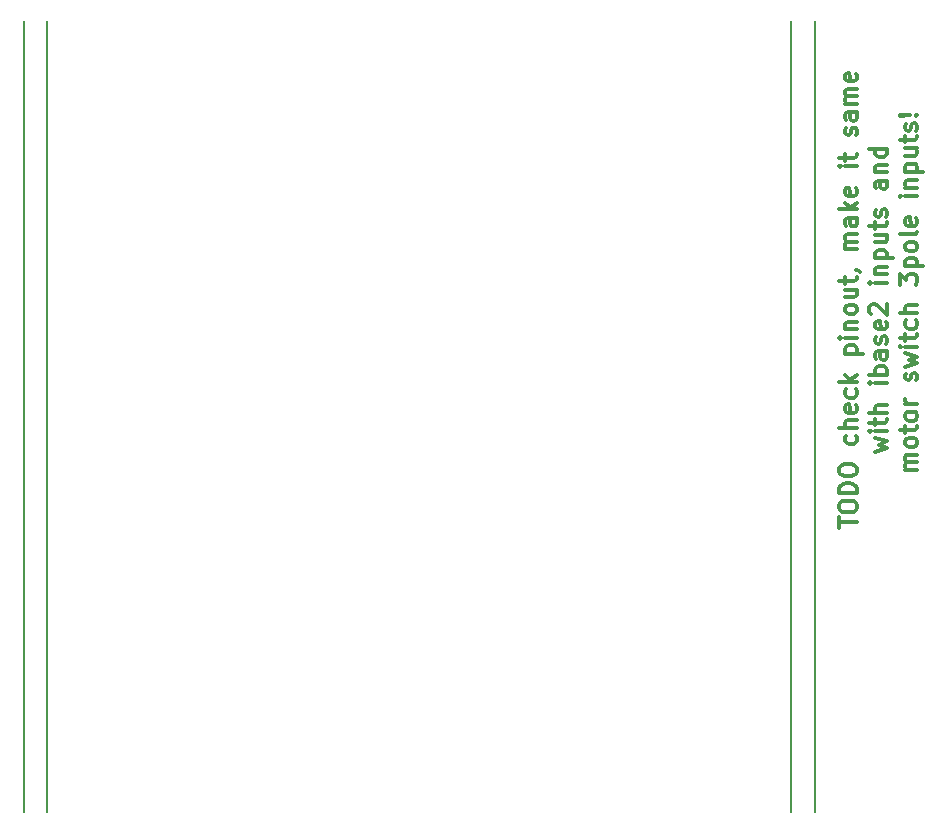
<source format=gbr>
G04 #@! TF.GenerationSoftware,KiCad,Pcbnew,5.0.2-bee76a0~70~ubuntu18.04.1*
G04 #@! TF.CreationDate,2018-12-27T21:02:31+01:00*
G04 #@! TF.ProjectId,switch_3pole_5x,73776974-6368-45f3-9370-6f6c655f3578,B*
G04 #@! TF.SameCoordinates,Original*
G04 #@! TF.FileFunction,Other,Comment*
%FSLAX46Y46*%
G04 Gerber Fmt 4.6, Leading zero omitted, Abs format (unit mm)*
G04 Created by KiCad (PCBNEW 5.0.2-bee76a0~70~ubuntu18.04.1) date Do 27 Dez 2018 21:02:31 CET*
%MOMM*%
%LPD*%
G01*
G04 APERTURE LIST*
%ADD10C,0.300000*%
%ADD11C,0.200000*%
G04 APERTURE END LIST*
D10*
X182048571Y-92917857D02*
X182048571Y-92060714D01*
X183548571Y-92489285D02*
X182048571Y-92489285D01*
X182048571Y-91275000D02*
X182048571Y-90989285D01*
X182120000Y-90846428D01*
X182262857Y-90703571D01*
X182548571Y-90632142D01*
X183048571Y-90632142D01*
X183334285Y-90703571D01*
X183477142Y-90846428D01*
X183548571Y-90989285D01*
X183548571Y-91275000D01*
X183477142Y-91417857D01*
X183334285Y-91560714D01*
X183048571Y-91632142D01*
X182548571Y-91632142D01*
X182262857Y-91560714D01*
X182120000Y-91417857D01*
X182048571Y-91275000D01*
X183548571Y-89989285D02*
X182048571Y-89989285D01*
X182048571Y-89632142D01*
X182120000Y-89417857D01*
X182262857Y-89275000D01*
X182405714Y-89203571D01*
X182691428Y-89132142D01*
X182905714Y-89132142D01*
X183191428Y-89203571D01*
X183334285Y-89275000D01*
X183477142Y-89417857D01*
X183548571Y-89632142D01*
X183548571Y-89989285D01*
X182048571Y-88203571D02*
X182048571Y-87917857D01*
X182120000Y-87775000D01*
X182262857Y-87632142D01*
X182548571Y-87560714D01*
X183048571Y-87560714D01*
X183334285Y-87632142D01*
X183477142Y-87775000D01*
X183548571Y-87917857D01*
X183548571Y-88203571D01*
X183477142Y-88346428D01*
X183334285Y-88489285D01*
X183048571Y-88560714D01*
X182548571Y-88560714D01*
X182262857Y-88489285D01*
X182120000Y-88346428D01*
X182048571Y-88203571D01*
X183477142Y-85132142D02*
X183548571Y-85275000D01*
X183548571Y-85560714D01*
X183477142Y-85703571D01*
X183405714Y-85775000D01*
X183262857Y-85846428D01*
X182834285Y-85846428D01*
X182691428Y-85775000D01*
X182620000Y-85703571D01*
X182548571Y-85560714D01*
X182548571Y-85275000D01*
X182620000Y-85132142D01*
X183548571Y-84489285D02*
X182048571Y-84489285D01*
X183548571Y-83846428D02*
X182762857Y-83846428D01*
X182620000Y-83917857D01*
X182548571Y-84060714D01*
X182548571Y-84275000D01*
X182620000Y-84417857D01*
X182691428Y-84489285D01*
X183477142Y-82560714D02*
X183548571Y-82703571D01*
X183548571Y-82989285D01*
X183477142Y-83132142D01*
X183334285Y-83203571D01*
X182762857Y-83203571D01*
X182620000Y-83132142D01*
X182548571Y-82989285D01*
X182548571Y-82703571D01*
X182620000Y-82560714D01*
X182762857Y-82489285D01*
X182905714Y-82489285D01*
X183048571Y-83203571D01*
X183477142Y-81203571D02*
X183548571Y-81346428D01*
X183548571Y-81632142D01*
X183477142Y-81775000D01*
X183405714Y-81846428D01*
X183262857Y-81917857D01*
X182834285Y-81917857D01*
X182691428Y-81846428D01*
X182620000Y-81775000D01*
X182548571Y-81632142D01*
X182548571Y-81346428D01*
X182620000Y-81203571D01*
X183548571Y-80560714D02*
X182048571Y-80560714D01*
X182977142Y-80417857D02*
X183548571Y-79989285D01*
X182548571Y-79989285D02*
X183120000Y-80560714D01*
X182548571Y-78203571D02*
X184048571Y-78203571D01*
X182620000Y-78203571D02*
X182548571Y-78060714D01*
X182548571Y-77775000D01*
X182620000Y-77632142D01*
X182691428Y-77560714D01*
X182834285Y-77489285D01*
X183262857Y-77489285D01*
X183405714Y-77560714D01*
X183477142Y-77632142D01*
X183548571Y-77775000D01*
X183548571Y-78060714D01*
X183477142Y-78203571D01*
X183548571Y-76846428D02*
X182548571Y-76846428D01*
X182048571Y-76846428D02*
X182120000Y-76917857D01*
X182191428Y-76846428D01*
X182120000Y-76775000D01*
X182048571Y-76846428D01*
X182191428Y-76846428D01*
X182548571Y-76132142D02*
X183548571Y-76132142D01*
X182691428Y-76132142D02*
X182620000Y-76060714D01*
X182548571Y-75917857D01*
X182548571Y-75703571D01*
X182620000Y-75560714D01*
X182762857Y-75489285D01*
X183548571Y-75489285D01*
X183548571Y-74560714D02*
X183477142Y-74703571D01*
X183405714Y-74775000D01*
X183262857Y-74846428D01*
X182834285Y-74846428D01*
X182691428Y-74775000D01*
X182620000Y-74703571D01*
X182548571Y-74560714D01*
X182548571Y-74346428D01*
X182620000Y-74203571D01*
X182691428Y-74132142D01*
X182834285Y-74060714D01*
X183262857Y-74060714D01*
X183405714Y-74132142D01*
X183477142Y-74203571D01*
X183548571Y-74346428D01*
X183548571Y-74560714D01*
X182548571Y-72775000D02*
X183548571Y-72775000D01*
X182548571Y-73417857D02*
X183334285Y-73417857D01*
X183477142Y-73346428D01*
X183548571Y-73203571D01*
X183548571Y-72989285D01*
X183477142Y-72846428D01*
X183405714Y-72775000D01*
X182548571Y-72275000D02*
X182548571Y-71703571D01*
X182048571Y-72060714D02*
X183334285Y-72060714D01*
X183477142Y-71989285D01*
X183548571Y-71846428D01*
X183548571Y-71703571D01*
X183477142Y-71132142D02*
X183548571Y-71132142D01*
X183691428Y-71203571D01*
X183762857Y-71275000D01*
X183548571Y-69346428D02*
X182548571Y-69346428D01*
X182691428Y-69346428D02*
X182620000Y-69275000D01*
X182548571Y-69132142D01*
X182548571Y-68917857D01*
X182620000Y-68775000D01*
X182762857Y-68703571D01*
X183548571Y-68703571D01*
X182762857Y-68703571D02*
X182620000Y-68632142D01*
X182548571Y-68489285D01*
X182548571Y-68275000D01*
X182620000Y-68132142D01*
X182762857Y-68060714D01*
X183548571Y-68060714D01*
X183548571Y-66703571D02*
X182762857Y-66703571D01*
X182620000Y-66775000D01*
X182548571Y-66917857D01*
X182548571Y-67203571D01*
X182620000Y-67346428D01*
X183477142Y-66703571D02*
X183548571Y-66846428D01*
X183548571Y-67203571D01*
X183477142Y-67346428D01*
X183334285Y-67417857D01*
X183191428Y-67417857D01*
X183048571Y-67346428D01*
X182977142Y-67203571D01*
X182977142Y-66846428D01*
X182905714Y-66703571D01*
X183548571Y-65989285D02*
X182048571Y-65989285D01*
X182977142Y-65846428D02*
X183548571Y-65417857D01*
X182548571Y-65417857D02*
X183120000Y-65989285D01*
X183477142Y-64203571D02*
X183548571Y-64346428D01*
X183548571Y-64632142D01*
X183477142Y-64775000D01*
X183334285Y-64846428D01*
X182762857Y-64846428D01*
X182620000Y-64775000D01*
X182548571Y-64632142D01*
X182548571Y-64346428D01*
X182620000Y-64203571D01*
X182762857Y-64132142D01*
X182905714Y-64132142D01*
X183048571Y-64846428D01*
X183548571Y-62346428D02*
X182548571Y-62346428D01*
X182048571Y-62346428D02*
X182120000Y-62417857D01*
X182191428Y-62346428D01*
X182120000Y-62275000D01*
X182048571Y-62346428D01*
X182191428Y-62346428D01*
X182548571Y-61846428D02*
X182548571Y-61275000D01*
X182048571Y-61632142D02*
X183334285Y-61632142D01*
X183477142Y-61560714D01*
X183548571Y-61417857D01*
X183548571Y-61275000D01*
X183477142Y-59703571D02*
X183548571Y-59560714D01*
X183548571Y-59275000D01*
X183477142Y-59132142D01*
X183334285Y-59060714D01*
X183262857Y-59060714D01*
X183120000Y-59132142D01*
X183048571Y-59275000D01*
X183048571Y-59489285D01*
X182977142Y-59632142D01*
X182834285Y-59703571D01*
X182762857Y-59703571D01*
X182620000Y-59632142D01*
X182548571Y-59489285D01*
X182548571Y-59275000D01*
X182620000Y-59132142D01*
X183548571Y-57775000D02*
X182762857Y-57775000D01*
X182620000Y-57846428D01*
X182548571Y-57989285D01*
X182548571Y-58275000D01*
X182620000Y-58417857D01*
X183477142Y-57775000D02*
X183548571Y-57917857D01*
X183548571Y-58275000D01*
X183477142Y-58417857D01*
X183334285Y-58489285D01*
X183191428Y-58489285D01*
X183048571Y-58417857D01*
X182977142Y-58275000D01*
X182977142Y-57917857D01*
X182905714Y-57775000D01*
X183548571Y-57060714D02*
X182548571Y-57060714D01*
X182691428Y-57060714D02*
X182620000Y-56989285D01*
X182548571Y-56846428D01*
X182548571Y-56632142D01*
X182620000Y-56489285D01*
X182762857Y-56417857D01*
X183548571Y-56417857D01*
X182762857Y-56417857D02*
X182620000Y-56346428D01*
X182548571Y-56203571D01*
X182548571Y-55989285D01*
X182620000Y-55846428D01*
X182762857Y-55775000D01*
X183548571Y-55775000D01*
X183477142Y-54489285D02*
X183548571Y-54632142D01*
X183548571Y-54917857D01*
X183477142Y-55060714D01*
X183334285Y-55132142D01*
X182762857Y-55132142D01*
X182620000Y-55060714D01*
X182548571Y-54917857D01*
X182548571Y-54632142D01*
X182620000Y-54489285D01*
X182762857Y-54417857D01*
X182905714Y-54417857D01*
X183048571Y-55132142D01*
X185098571Y-86489285D02*
X186098571Y-86203571D01*
X185384285Y-85917857D01*
X186098571Y-85632142D01*
X185098571Y-85346428D01*
X186098571Y-84775000D02*
X185098571Y-84775000D01*
X184598571Y-84775000D02*
X184670000Y-84846428D01*
X184741428Y-84775000D01*
X184670000Y-84703571D01*
X184598571Y-84775000D01*
X184741428Y-84775000D01*
X185098571Y-84275000D02*
X185098571Y-83703571D01*
X184598571Y-84060714D02*
X185884285Y-84060714D01*
X186027142Y-83989285D01*
X186098571Y-83846428D01*
X186098571Y-83703571D01*
X186098571Y-83203571D02*
X184598571Y-83203571D01*
X186098571Y-82560714D02*
X185312857Y-82560714D01*
X185170000Y-82632142D01*
X185098571Y-82775000D01*
X185098571Y-82989285D01*
X185170000Y-83132142D01*
X185241428Y-83203571D01*
X186098571Y-80703571D02*
X185098571Y-80703571D01*
X184598571Y-80703571D02*
X184670000Y-80775000D01*
X184741428Y-80703571D01*
X184670000Y-80632142D01*
X184598571Y-80703571D01*
X184741428Y-80703571D01*
X186098571Y-79989285D02*
X184598571Y-79989285D01*
X185170000Y-79989285D02*
X185098571Y-79846428D01*
X185098571Y-79560714D01*
X185170000Y-79417857D01*
X185241428Y-79346428D01*
X185384285Y-79275000D01*
X185812857Y-79275000D01*
X185955714Y-79346428D01*
X186027142Y-79417857D01*
X186098571Y-79560714D01*
X186098571Y-79846428D01*
X186027142Y-79989285D01*
X186098571Y-77989285D02*
X185312857Y-77989285D01*
X185170000Y-78060714D01*
X185098571Y-78203571D01*
X185098571Y-78489285D01*
X185170000Y-78632142D01*
X186027142Y-77989285D02*
X186098571Y-78132142D01*
X186098571Y-78489285D01*
X186027142Y-78632142D01*
X185884285Y-78703571D01*
X185741428Y-78703571D01*
X185598571Y-78632142D01*
X185527142Y-78489285D01*
X185527142Y-78132142D01*
X185455714Y-77989285D01*
X186027142Y-77346428D02*
X186098571Y-77203571D01*
X186098571Y-76917857D01*
X186027142Y-76775000D01*
X185884285Y-76703571D01*
X185812857Y-76703571D01*
X185670000Y-76775000D01*
X185598571Y-76917857D01*
X185598571Y-77132142D01*
X185527142Y-77275000D01*
X185384285Y-77346428D01*
X185312857Y-77346428D01*
X185170000Y-77275000D01*
X185098571Y-77132142D01*
X185098571Y-76917857D01*
X185170000Y-76775000D01*
X186027142Y-75489285D02*
X186098571Y-75632142D01*
X186098571Y-75917857D01*
X186027142Y-76060714D01*
X185884285Y-76132142D01*
X185312857Y-76132142D01*
X185170000Y-76060714D01*
X185098571Y-75917857D01*
X185098571Y-75632142D01*
X185170000Y-75489285D01*
X185312857Y-75417857D01*
X185455714Y-75417857D01*
X185598571Y-76132142D01*
X184741428Y-74846428D02*
X184670000Y-74775000D01*
X184598571Y-74632142D01*
X184598571Y-74275000D01*
X184670000Y-74132142D01*
X184741428Y-74060714D01*
X184884285Y-73989285D01*
X185027142Y-73989285D01*
X185241428Y-74060714D01*
X186098571Y-74917857D01*
X186098571Y-73989285D01*
X186098571Y-72203571D02*
X185098571Y-72203571D01*
X184598571Y-72203571D02*
X184670000Y-72275000D01*
X184741428Y-72203571D01*
X184670000Y-72132142D01*
X184598571Y-72203571D01*
X184741428Y-72203571D01*
X185098571Y-71489285D02*
X186098571Y-71489285D01*
X185241428Y-71489285D02*
X185170000Y-71417857D01*
X185098571Y-71275000D01*
X185098571Y-71060714D01*
X185170000Y-70917857D01*
X185312857Y-70846428D01*
X186098571Y-70846428D01*
X185098571Y-70132142D02*
X186598571Y-70132142D01*
X185170000Y-70132142D02*
X185098571Y-69989285D01*
X185098571Y-69703571D01*
X185170000Y-69560714D01*
X185241428Y-69489285D01*
X185384285Y-69417857D01*
X185812857Y-69417857D01*
X185955714Y-69489285D01*
X186027142Y-69560714D01*
X186098571Y-69703571D01*
X186098571Y-69989285D01*
X186027142Y-70132142D01*
X185098571Y-68132142D02*
X186098571Y-68132142D01*
X185098571Y-68775000D02*
X185884285Y-68775000D01*
X186027142Y-68703571D01*
X186098571Y-68560714D01*
X186098571Y-68346428D01*
X186027142Y-68203571D01*
X185955714Y-68132142D01*
X185098571Y-67632142D02*
X185098571Y-67060714D01*
X184598571Y-67417857D02*
X185884285Y-67417857D01*
X186027142Y-67346428D01*
X186098571Y-67203571D01*
X186098571Y-67060714D01*
X186027142Y-66632142D02*
X186098571Y-66489285D01*
X186098571Y-66203571D01*
X186027142Y-66060714D01*
X185884285Y-65989285D01*
X185812857Y-65989285D01*
X185670000Y-66060714D01*
X185598571Y-66203571D01*
X185598571Y-66417857D01*
X185527142Y-66560714D01*
X185384285Y-66632142D01*
X185312857Y-66632142D01*
X185170000Y-66560714D01*
X185098571Y-66417857D01*
X185098571Y-66203571D01*
X185170000Y-66060714D01*
X186098571Y-63560714D02*
X185312857Y-63560714D01*
X185170000Y-63632142D01*
X185098571Y-63775000D01*
X185098571Y-64060714D01*
X185170000Y-64203571D01*
X186027142Y-63560714D02*
X186098571Y-63703571D01*
X186098571Y-64060714D01*
X186027142Y-64203571D01*
X185884285Y-64275000D01*
X185741428Y-64275000D01*
X185598571Y-64203571D01*
X185527142Y-64060714D01*
X185527142Y-63703571D01*
X185455714Y-63560714D01*
X185098571Y-62846428D02*
X186098571Y-62846428D01*
X185241428Y-62846428D02*
X185170000Y-62775000D01*
X185098571Y-62632142D01*
X185098571Y-62417857D01*
X185170000Y-62275000D01*
X185312857Y-62203571D01*
X186098571Y-62203571D01*
X186098571Y-60846428D02*
X184598571Y-60846428D01*
X186027142Y-60846428D02*
X186098571Y-60989285D01*
X186098571Y-61275000D01*
X186027142Y-61417857D01*
X185955714Y-61489285D01*
X185812857Y-61560714D01*
X185384285Y-61560714D01*
X185241428Y-61489285D01*
X185170000Y-61417857D01*
X185098571Y-61275000D01*
X185098571Y-60989285D01*
X185170000Y-60846428D01*
X188648571Y-88025000D02*
X187648571Y-88025000D01*
X187791428Y-88025000D02*
X187720000Y-87953571D01*
X187648571Y-87810714D01*
X187648571Y-87596428D01*
X187720000Y-87453571D01*
X187862857Y-87382142D01*
X188648571Y-87382142D01*
X187862857Y-87382142D02*
X187720000Y-87310714D01*
X187648571Y-87167857D01*
X187648571Y-86953571D01*
X187720000Y-86810714D01*
X187862857Y-86739285D01*
X188648571Y-86739285D01*
X188648571Y-85810714D02*
X188577142Y-85953571D01*
X188505714Y-86025000D01*
X188362857Y-86096428D01*
X187934285Y-86096428D01*
X187791428Y-86025000D01*
X187720000Y-85953571D01*
X187648571Y-85810714D01*
X187648571Y-85596428D01*
X187720000Y-85453571D01*
X187791428Y-85382142D01*
X187934285Y-85310714D01*
X188362857Y-85310714D01*
X188505714Y-85382142D01*
X188577142Y-85453571D01*
X188648571Y-85596428D01*
X188648571Y-85810714D01*
X187648571Y-84882142D02*
X187648571Y-84310714D01*
X187148571Y-84667857D02*
X188434285Y-84667857D01*
X188577142Y-84596428D01*
X188648571Y-84453571D01*
X188648571Y-84310714D01*
X188648571Y-83596428D02*
X188577142Y-83739285D01*
X188505714Y-83810714D01*
X188362857Y-83882142D01*
X187934285Y-83882142D01*
X187791428Y-83810714D01*
X187720000Y-83739285D01*
X187648571Y-83596428D01*
X187648571Y-83382142D01*
X187720000Y-83239285D01*
X187791428Y-83167857D01*
X187934285Y-83096428D01*
X188362857Y-83096428D01*
X188505714Y-83167857D01*
X188577142Y-83239285D01*
X188648571Y-83382142D01*
X188648571Y-83596428D01*
X188648571Y-82453571D02*
X187648571Y-82453571D01*
X187934285Y-82453571D02*
X187791428Y-82382142D01*
X187720000Y-82310714D01*
X187648571Y-82167857D01*
X187648571Y-82025000D01*
X188577142Y-80453571D02*
X188648571Y-80310714D01*
X188648571Y-80025000D01*
X188577142Y-79882142D01*
X188434285Y-79810714D01*
X188362857Y-79810714D01*
X188220000Y-79882142D01*
X188148571Y-80025000D01*
X188148571Y-80239285D01*
X188077142Y-80382142D01*
X187934285Y-80453571D01*
X187862857Y-80453571D01*
X187720000Y-80382142D01*
X187648571Y-80239285D01*
X187648571Y-80025000D01*
X187720000Y-79882142D01*
X187648571Y-79310714D02*
X188648571Y-79025000D01*
X187934285Y-78739285D01*
X188648571Y-78453571D01*
X187648571Y-78167857D01*
X188648571Y-77596428D02*
X187648571Y-77596428D01*
X187148571Y-77596428D02*
X187220000Y-77667857D01*
X187291428Y-77596428D01*
X187220000Y-77525000D01*
X187148571Y-77596428D01*
X187291428Y-77596428D01*
X187648571Y-77096428D02*
X187648571Y-76525000D01*
X187148571Y-76882142D02*
X188434285Y-76882142D01*
X188577142Y-76810714D01*
X188648571Y-76667857D01*
X188648571Y-76525000D01*
X188577142Y-75382142D02*
X188648571Y-75525000D01*
X188648571Y-75810714D01*
X188577142Y-75953571D01*
X188505714Y-76025000D01*
X188362857Y-76096428D01*
X187934285Y-76096428D01*
X187791428Y-76025000D01*
X187720000Y-75953571D01*
X187648571Y-75810714D01*
X187648571Y-75525000D01*
X187720000Y-75382142D01*
X188648571Y-74739285D02*
X187148571Y-74739285D01*
X188648571Y-74096428D02*
X187862857Y-74096428D01*
X187720000Y-74167857D01*
X187648571Y-74310714D01*
X187648571Y-74525000D01*
X187720000Y-74667857D01*
X187791428Y-74739285D01*
X187148571Y-72382142D02*
X187148571Y-71453571D01*
X187720000Y-71953571D01*
X187720000Y-71739285D01*
X187791428Y-71596428D01*
X187862857Y-71525000D01*
X188005714Y-71453571D01*
X188362857Y-71453571D01*
X188505714Y-71525000D01*
X188577142Y-71596428D01*
X188648571Y-71739285D01*
X188648571Y-72167857D01*
X188577142Y-72310714D01*
X188505714Y-72382142D01*
X187648571Y-70810714D02*
X189148571Y-70810714D01*
X187720000Y-70810714D02*
X187648571Y-70667857D01*
X187648571Y-70382142D01*
X187720000Y-70239285D01*
X187791428Y-70167857D01*
X187934285Y-70096428D01*
X188362857Y-70096428D01*
X188505714Y-70167857D01*
X188577142Y-70239285D01*
X188648571Y-70382142D01*
X188648571Y-70667857D01*
X188577142Y-70810714D01*
X188648571Y-69239285D02*
X188577142Y-69382142D01*
X188505714Y-69453571D01*
X188362857Y-69525000D01*
X187934285Y-69525000D01*
X187791428Y-69453571D01*
X187720000Y-69382142D01*
X187648571Y-69239285D01*
X187648571Y-69025000D01*
X187720000Y-68882142D01*
X187791428Y-68810714D01*
X187934285Y-68739285D01*
X188362857Y-68739285D01*
X188505714Y-68810714D01*
X188577142Y-68882142D01*
X188648571Y-69025000D01*
X188648571Y-69239285D01*
X188648571Y-67882142D02*
X188577142Y-68025000D01*
X188434285Y-68096428D01*
X187148571Y-68096428D01*
X188577142Y-66739285D02*
X188648571Y-66882142D01*
X188648571Y-67167857D01*
X188577142Y-67310714D01*
X188434285Y-67382142D01*
X187862857Y-67382142D01*
X187720000Y-67310714D01*
X187648571Y-67167857D01*
X187648571Y-66882142D01*
X187720000Y-66739285D01*
X187862857Y-66667857D01*
X188005714Y-66667857D01*
X188148571Y-67382142D01*
X188648571Y-64882142D02*
X187648571Y-64882142D01*
X187148571Y-64882142D02*
X187220000Y-64953571D01*
X187291428Y-64882142D01*
X187220000Y-64810714D01*
X187148571Y-64882142D01*
X187291428Y-64882142D01*
X187648571Y-64167857D02*
X188648571Y-64167857D01*
X187791428Y-64167857D02*
X187720000Y-64096428D01*
X187648571Y-63953571D01*
X187648571Y-63739285D01*
X187720000Y-63596428D01*
X187862857Y-63525000D01*
X188648571Y-63525000D01*
X187648571Y-62810714D02*
X189148571Y-62810714D01*
X187720000Y-62810714D02*
X187648571Y-62667857D01*
X187648571Y-62382142D01*
X187720000Y-62239285D01*
X187791428Y-62167857D01*
X187934285Y-62096428D01*
X188362857Y-62096428D01*
X188505714Y-62167857D01*
X188577142Y-62239285D01*
X188648571Y-62382142D01*
X188648571Y-62667857D01*
X188577142Y-62810714D01*
X187648571Y-60810714D02*
X188648571Y-60810714D01*
X187648571Y-61453571D02*
X188434285Y-61453571D01*
X188577142Y-61382142D01*
X188648571Y-61239285D01*
X188648571Y-61025000D01*
X188577142Y-60882142D01*
X188505714Y-60810714D01*
X187648571Y-60310714D02*
X187648571Y-59739285D01*
X187148571Y-60096428D02*
X188434285Y-60096428D01*
X188577142Y-60025000D01*
X188648571Y-59882142D01*
X188648571Y-59739285D01*
X188577142Y-59310714D02*
X188648571Y-59167857D01*
X188648571Y-58882142D01*
X188577142Y-58739285D01*
X188434285Y-58667857D01*
X188362857Y-58667857D01*
X188220000Y-58739285D01*
X188148571Y-58882142D01*
X188148571Y-59096428D01*
X188077142Y-59239285D01*
X187934285Y-59310714D01*
X187862857Y-59310714D01*
X187720000Y-59239285D01*
X187648571Y-59096428D01*
X187648571Y-58882142D01*
X187720000Y-58739285D01*
X188505714Y-58025000D02*
X188577142Y-57953571D01*
X188648571Y-58025000D01*
X188577142Y-58096428D01*
X188505714Y-58025000D01*
X188648571Y-58025000D01*
X188077142Y-58025000D02*
X187220000Y-58096428D01*
X187148571Y-58025000D01*
X187220000Y-57953571D01*
X188077142Y-58025000D01*
X187148571Y-58025000D01*
D11*
X180000000Y-117000000D02*
X180000000Y-50000000D01*
X178000000Y-50000000D02*
X178000000Y-117000000D01*
X113000000Y-117000000D02*
X113000000Y-50000000D01*
X115000000Y-50000000D02*
X115000000Y-117000000D01*
M02*

</source>
